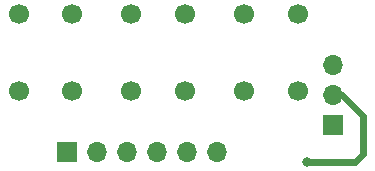
<source format=gbl>
%TF.GenerationSoftware,KiCad,Pcbnew,(5.1.10)-1*%
%TF.CreationDate,2021-08-05T17:21:45+02:00*%
%TF.ProjectId,mp3_buttons_pcb,6d70335f-6275-4747-946f-6e735f706362,rev?*%
%TF.SameCoordinates,Original*%
%TF.FileFunction,Copper,L2,Bot*%
%TF.FilePolarity,Positive*%
%FSLAX46Y46*%
G04 Gerber Fmt 4.6, Leading zero omitted, Abs format (unit mm)*
G04 Created by KiCad (PCBNEW (5.1.10)-1) date 2021-08-05 17:21:45*
%MOMM*%
%LPD*%
G01*
G04 APERTURE LIST*
%TA.AperFunction,ComponentPad*%
%ADD10C,1.700000*%
%TD*%
%TA.AperFunction,ComponentPad*%
%ADD11R,1.700000X1.700000*%
%TD*%
%TA.AperFunction,ComponentPad*%
%ADD12O,1.700000X1.700000*%
%TD*%
%TA.AperFunction,ViaPad*%
%ADD13C,0.800000*%
%TD*%
%TA.AperFunction,Conductor*%
%ADD14C,0.600000*%
%TD*%
G04 APERTURE END LIST*
D10*
%TO.P,SW1,4*%
%TO.N,N/C*%
X179545860Y-103321980D03*
%TO.P,SW1,3*%
%TO.N,Net-(J1-Pad3)*%
X179545860Y-109821980D03*
%TO.P,SW1,2*%
%TO.N,GND*%
X184045860Y-103321980D03*
%TO.P,SW1,1*%
%TO.N,N/C*%
X184045860Y-109821980D03*
%TD*%
%TO.P,SW2,1*%
%TO.N,N/C*%
X193567440Y-109832280D03*
%TO.P,SW2,2*%
%TO.N,GND*%
X193567440Y-103332280D03*
%TO.P,SW2,3*%
%TO.N,Net-(J1-Pad4)*%
X189067440Y-109832280D03*
%TO.P,SW2,4*%
%TO.N,N/C*%
X189067440Y-103332280D03*
%TD*%
%TO.P,SW3,4*%
%TO.N,N/C*%
X198639040Y-103329600D03*
%TO.P,SW3,3*%
%TO.N,Net-(J1-Pad5)*%
X198639040Y-109829600D03*
%TO.P,SW3,2*%
%TO.N,GND*%
X203139040Y-103329600D03*
%TO.P,SW3,1*%
%TO.N,N/C*%
X203139040Y-109829600D03*
%TD*%
D11*
%TO.P,J1,1*%
%TO.N,GND*%
X183591200Y-114985800D03*
D12*
%TO.P,J1,2*%
%TO.N,+5V*%
X186131200Y-114985800D03*
%TO.P,J1,3*%
%TO.N,Net-(J1-Pad3)*%
X188671200Y-114985800D03*
%TO.P,J1,4*%
%TO.N,Net-(J1-Pad4)*%
X191211200Y-114985800D03*
%TO.P,J1,5*%
%TO.N,Net-(J1-Pad5)*%
X193751200Y-114985800D03*
%TO.P,J1,6*%
%TO.N,Net-(J1-Pad6)*%
X196291200Y-114985800D03*
%TD*%
D11*
%TO.P,J2,1*%
%TO.N,GND*%
X206090520Y-112694720D03*
D12*
%TO.P,J2,2*%
%TO.N,Net-(J1-Pad6)*%
X206090520Y-110154720D03*
%TO.P,J2,3*%
%TO.N,+5V*%
X206090520Y-107614720D03*
%TD*%
D13*
%TO.N,Net-(J1-Pad6)*%
X203962000Y-115884960D03*
%TD*%
D14*
%TO.N,Net-(J1-Pad6)*%
X206090520Y-110154720D02*
X206880460Y-110154720D01*
X206880460Y-110154720D02*
X208681320Y-111955580D01*
X208681320Y-111955580D02*
X208681320Y-115219480D01*
X208681320Y-115219480D02*
X208015840Y-115884960D01*
X208015840Y-115884960D02*
X203962000Y-115884960D01*
%TD*%
M02*

</source>
